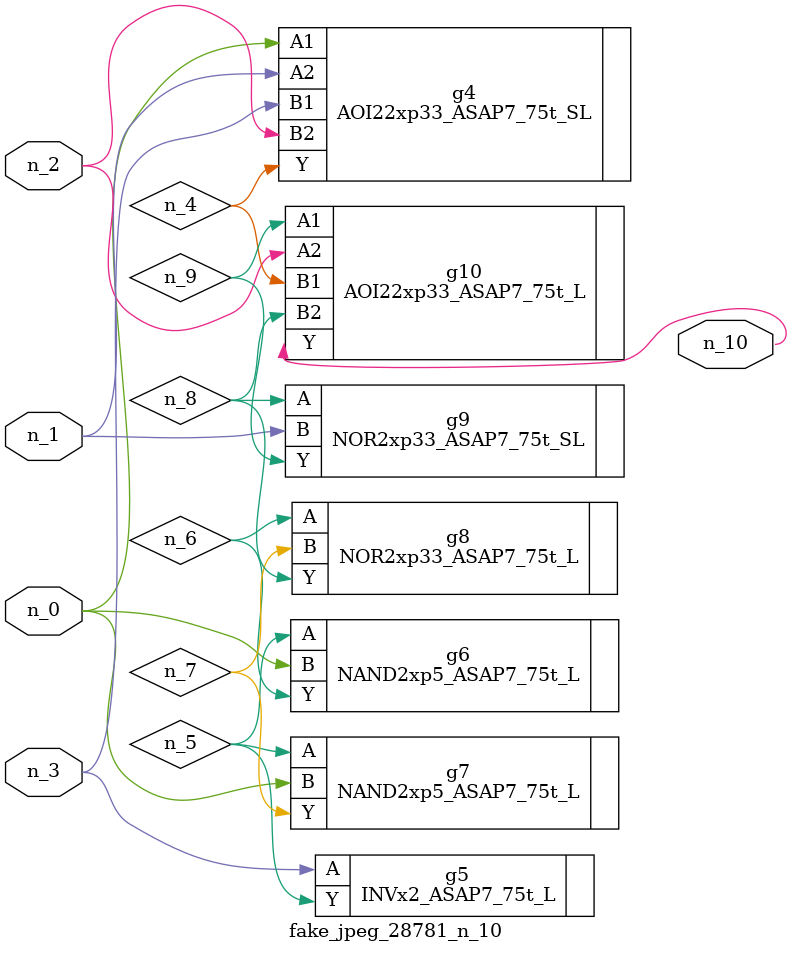
<source format=v>
module fake_jpeg_28781_n_10 (n_0, n_3, n_2, n_1, n_10);

input n_0;
input n_3;
input n_2;
input n_1;

output n_10;

wire n_4;
wire n_8;
wire n_9;
wire n_6;
wire n_5;
wire n_7;

AOI22xp33_ASAP7_75t_SL g4 ( 
.A1(n_0),
.A2(n_1),
.B1(n_3),
.B2(n_2),
.Y(n_4)
);

INVx2_ASAP7_75t_L g5 ( 
.A(n_3),
.Y(n_5)
);

NAND2xp5_ASAP7_75t_L g6 ( 
.A(n_5),
.B(n_0),
.Y(n_6)
);

NOR2xp33_ASAP7_75t_L g8 ( 
.A(n_6),
.B(n_7),
.Y(n_8)
);

NAND2xp5_ASAP7_75t_L g7 ( 
.A(n_5),
.B(n_0),
.Y(n_7)
);

NOR2xp33_ASAP7_75t_SL g9 ( 
.A(n_8),
.B(n_1),
.Y(n_9)
);

AOI22xp33_ASAP7_75t_L g10 ( 
.A1(n_9),
.A2(n_2),
.B1(n_4),
.B2(n_8),
.Y(n_10)
);


endmodule
</source>
